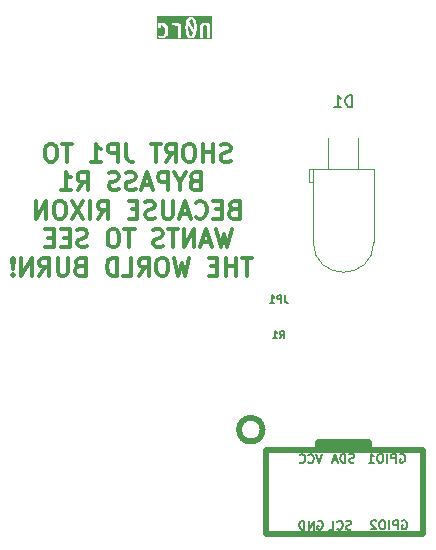
<source format=gbo>
%TF.GenerationSoftware,KiCad,Pcbnew,(6.0.0)*%
%TF.CreationDate,2022-06-30T21:17:56-05:00*%
%TF.ProjectId,DieHardSAO,44696548-6172-4645-9341-4f2e6b696361,rev?*%
%TF.SameCoordinates,Original*%
%TF.FileFunction,Legend,Bot*%
%TF.FilePolarity,Positive*%
%FSLAX46Y46*%
G04 Gerber Fmt 4.6, Leading zero omitted, Abs format (unit mm)*
G04 Created by KiCad (PCBNEW (6.0.0)) date 2022-06-30 21:17:56*
%MOMM*%
%LPD*%
G01*
G04 APERTURE LIST*
%ADD10C,0.300000*%
%ADD11C,0.127000*%
%ADD12C,0.150000*%
%ADD13C,0.500000*%
%ADD14C,0.120000*%
G04 APERTURE END LIST*
D10*
X110928571Y-89527142D02*
X110714285Y-89598571D01*
X110357142Y-89598571D01*
X110214285Y-89527142D01*
X110142857Y-89455714D01*
X110071428Y-89312857D01*
X110071428Y-89170000D01*
X110142857Y-89027142D01*
X110214285Y-88955714D01*
X110357142Y-88884285D01*
X110642857Y-88812857D01*
X110785714Y-88741428D01*
X110857142Y-88670000D01*
X110928571Y-88527142D01*
X110928571Y-88384285D01*
X110857142Y-88241428D01*
X110785714Y-88170000D01*
X110642857Y-88098571D01*
X110285714Y-88098571D01*
X110071428Y-88170000D01*
X109428571Y-89598571D02*
X109428571Y-88098571D01*
X109428571Y-88812857D02*
X108571428Y-88812857D01*
X108571428Y-89598571D02*
X108571428Y-88098571D01*
X107571428Y-88098571D02*
X107285714Y-88098571D01*
X107142857Y-88170000D01*
X107000000Y-88312857D01*
X106928571Y-88598571D01*
X106928571Y-89098571D01*
X107000000Y-89384285D01*
X107142857Y-89527142D01*
X107285714Y-89598571D01*
X107571428Y-89598571D01*
X107714285Y-89527142D01*
X107857142Y-89384285D01*
X107928571Y-89098571D01*
X107928571Y-88598571D01*
X107857142Y-88312857D01*
X107714285Y-88170000D01*
X107571428Y-88098571D01*
X105428571Y-89598571D02*
X105928571Y-88884285D01*
X106285714Y-89598571D02*
X106285714Y-88098571D01*
X105714285Y-88098571D01*
X105571428Y-88170000D01*
X105500000Y-88241428D01*
X105428571Y-88384285D01*
X105428571Y-88598571D01*
X105500000Y-88741428D01*
X105571428Y-88812857D01*
X105714285Y-88884285D01*
X106285714Y-88884285D01*
X105000000Y-88098571D02*
X104142857Y-88098571D01*
X104571428Y-89598571D02*
X104571428Y-88098571D01*
X102071428Y-88098571D02*
X102071428Y-89170000D01*
X102142857Y-89384285D01*
X102285714Y-89527142D01*
X102500000Y-89598571D01*
X102642857Y-89598571D01*
X101357142Y-89598571D02*
X101357142Y-88098571D01*
X100785714Y-88098571D01*
X100642857Y-88170000D01*
X100571428Y-88241428D01*
X100500000Y-88384285D01*
X100500000Y-88598571D01*
X100571428Y-88741428D01*
X100642857Y-88812857D01*
X100785714Y-88884285D01*
X101357142Y-88884285D01*
X99071428Y-89598571D02*
X99928571Y-89598571D01*
X99500000Y-89598571D02*
X99500000Y-88098571D01*
X99642857Y-88312857D01*
X99785714Y-88455714D01*
X99928571Y-88527142D01*
X97500000Y-88098571D02*
X96642857Y-88098571D01*
X97071428Y-89598571D02*
X97071428Y-88098571D01*
X95857142Y-88098571D02*
X95571428Y-88098571D01*
X95428571Y-88170000D01*
X95285714Y-88312857D01*
X95214285Y-88598571D01*
X95214285Y-89098571D01*
X95285714Y-89384285D01*
X95428571Y-89527142D01*
X95571428Y-89598571D01*
X95857142Y-89598571D01*
X96000000Y-89527142D01*
X96142857Y-89384285D01*
X96214285Y-89098571D01*
X96214285Y-88598571D01*
X96142857Y-88312857D01*
X96000000Y-88170000D01*
X95857142Y-88098571D01*
X107892857Y-91227857D02*
X107678571Y-91299285D01*
X107607142Y-91370714D01*
X107535714Y-91513571D01*
X107535714Y-91727857D01*
X107607142Y-91870714D01*
X107678571Y-91942142D01*
X107821428Y-92013571D01*
X108392857Y-92013571D01*
X108392857Y-90513571D01*
X107892857Y-90513571D01*
X107750000Y-90585000D01*
X107678571Y-90656428D01*
X107607142Y-90799285D01*
X107607142Y-90942142D01*
X107678571Y-91085000D01*
X107750000Y-91156428D01*
X107892857Y-91227857D01*
X108392857Y-91227857D01*
X106607142Y-91299285D02*
X106607142Y-92013571D01*
X107107142Y-90513571D02*
X106607142Y-91299285D01*
X106107142Y-90513571D01*
X105607142Y-92013571D02*
X105607142Y-90513571D01*
X105035714Y-90513571D01*
X104892857Y-90585000D01*
X104821428Y-90656428D01*
X104750000Y-90799285D01*
X104750000Y-91013571D01*
X104821428Y-91156428D01*
X104892857Y-91227857D01*
X105035714Y-91299285D01*
X105607142Y-91299285D01*
X104178571Y-91585000D02*
X103464285Y-91585000D01*
X104321428Y-92013571D02*
X103821428Y-90513571D01*
X103321428Y-92013571D01*
X102892857Y-91942142D02*
X102678571Y-92013571D01*
X102321428Y-92013571D01*
X102178571Y-91942142D01*
X102107142Y-91870714D01*
X102035714Y-91727857D01*
X102035714Y-91585000D01*
X102107142Y-91442142D01*
X102178571Y-91370714D01*
X102321428Y-91299285D01*
X102607142Y-91227857D01*
X102750000Y-91156428D01*
X102821428Y-91085000D01*
X102892857Y-90942142D01*
X102892857Y-90799285D01*
X102821428Y-90656428D01*
X102750000Y-90585000D01*
X102607142Y-90513571D01*
X102250000Y-90513571D01*
X102035714Y-90585000D01*
X101464285Y-91942142D02*
X101250000Y-92013571D01*
X100892857Y-92013571D01*
X100750000Y-91942142D01*
X100678571Y-91870714D01*
X100607142Y-91727857D01*
X100607142Y-91585000D01*
X100678571Y-91442142D01*
X100750000Y-91370714D01*
X100892857Y-91299285D01*
X101178571Y-91227857D01*
X101321428Y-91156428D01*
X101392857Y-91085000D01*
X101464285Y-90942142D01*
X101464285Y-90799285D01*
X101392857Y-90656428D01*
X101321428Y-90585000D01*
X101178571Y-90513571D01*
X100821428Y-90513571D01*
X100607142Y-90585000D01*
X97964285Y-92013571D02*
X98464285Y-91299285D01*
X98821428Y-92013571D02*
X98821428Y-90513571D01*
X98250000Y-90513571D01*
X98107142Y-90585000D01*
X98035714Y-90656428D01*
X97964285Y-90799285D01*
X97964285Y-91013571D01*
X98035714Y-91156428D01*
X98107142Y-91227857D01*
X98250000Y-91299285D01*
X98821428Y-91299285D01*
X96535714Y-92013571D02*
X97392857Y-92013571D01*
X96964285Y-92013571D02*
X96964285Y-90513571D01*
X97107142Y-90727857D01*
X97250000Y-90870714D01*
X97392857Y-90942142D01*
X111178571Y-93642857D02*
X110964285Y-93714285D01*
X110892857Y-93785714D01*
X110821428Y-93928571D01*
X110821428Y-94142857D01*
X110892857Y-94285714D01*
X110964285Y-94357142D01*
X111107142Y-94428571D01*
X111678571Y-94428571D01*
X111678571Y-92928571D01*
X111178571Y-92928571D01*
X111035714Y-93000000D01*
X110964285Y-93071428D01*
X110892857Y-93214285D01*
X110892857Y-93357142D01*
X110964285Y-93500000D01*
X111035714Y-93571428D01*
X111178571Y-93642857D01*
X111678571Y-93642857D01*
X110178571Y-93642857D02*
X109678571Y-93642857D01*
X109464285Y-94428571D02*
X110178571Y-94428571D01*
X110178571Y-92928571D01*
X109464285Y-92928571D01*
X107964285Y-94285714D02*
X108035714Y-94357142D01*
X108250000Y-94428571D01*
X108392857Y-94428571D01*
X108607142Y-94357142D01*
X108750000Y-94214285D01*
X108821428Y-94071428D01*
X108892857Y-93785714D01*
X108892857Y-93571428D01*
X108821428Y-93285714D01*
X108750000Y-93142857D01*
X108607142Y-93000000D01*
X108392857Y-92928571D01*
X108250000Y-92928571D01*
X108035714Y-93000000D01*
X107964285Y-93071428D01*
X107392857Y-94000000D02*
X106678571Y-94000000D01*
X107535714Y-94428571D02*
X107035714Y-92928571D01*
X106535714Y-94428571D01*
X106035714Y-92928571D02*
X106035714Y-94142857D01*
X105964285Y-94285714D01*
X105892857Y-94357142D01*
X105750000Y-94428571D01*
X105464285Y-94428571D01*
X105321428Y-94357142D01*
X105250000Y-94285714D01*
X105178571Y-94142857D01*
X105178571Y-92928571D01*
X104535714Y-94357142D02*
X104321428Y-94428571D01*
X103964285Y-94428571D01*
X103821428Y-94357142D01*
X103750000Y-94285714D01*
X103678571Y-94142857D01*
X103678571Y-94000000D01*
X103750000Y-93857142D01*
X103821428Y-93785714D01*
X103964285Y-93714285D01*
X104250000Y-93642857D01*
X104392857Y-93571428D01*
X104464285Y-93500000D01*
X104535714Y-93357142D01*
X104535714Y-93214285D01*
X104464285Y-93071428D01*
X104392857Y-93000000D01*
X104250000Y-92928571D01*
X103892857Y-92928571D01*
X103678571Y-93000000D01*
X103035714Y-93642857D02*
X102535714Y-93642857D01*
X102321428Y-94428571D02*
X103035714Y-94428571D01*
X103035714Y-92928571D01*
X102321428Y-92928571D01*
X99678571Y-94428571D02*
X100178571Y-93714285D01*
X100535714Y-94428571D02*
X100535714Y-92928571D01*
X99964285Y-92928571D01*
X99821428Y-93000000D01*
X99750000Y-93071428D01*
X99678571Y-93214285D01*
X99678571Y-93428571D01*
X99750000Y-93571428D01*
X99821428Y-93642857D01*
X99964285Y-93714285D01*
X100535714Y-93714285D01*
X99035714Y-94428571D02*
X99035714Y-92928571D01*
X98464285Y-92928571D02*
X97464285Y-94428571D01*
X97464285Y-92928571D02*
X98464285Y-94428571D01*
X96607142Y-92928571D02*
X96321428Y-92928571D01*
X96178571Y-93000000D01*
X96035714Y-93142857D01*
X95964285Y-93428571D01*
X95964285Y-93928571D01*
X96035714Y-94214285D01*
X96178571Y-94357142D01*
X96321428Y-94428571D01*
X96607142Y-94428571D01*
X96750000Y-94357142D01*
X96892857Y-94214285D01*
X96964285Y-93928571D01*
X96964285Y-93428571D01*
X96892857Y-93142857D01*
X96750000Y-93000000D01*
X96607142Y-92928571D01*
X95321428Y-94428571D02*
X95321428Y-92928571D01*
X94464285Y-94428571D01*
X94464285Y-92928571D01*
X111000000Y-95343571D02*
X110642857Y-96843571D01*
X110357142Y-95772142D01*
X110071428Y-96843571D01*
X109714285Y-95343571D01*
X109214285Y-96415000D02*
X108500000Y-96415000D01*
X109357142Y-96843571D02*
X108857142Y-95343571D01*
X108357142Y-96843571D01*
X107857142Y-96843571D02*
X107857142Y-95343571D01*
X107000000Y-96843571D01*
X107000000Y-95343571D01*
X106500000Y-95343571D02*
X105642857Y-95343571D01*
X106071428Y-96843571D02*
X106071428Y-95343571D01*
X105214285Y-96772142D02*
X105000000Y-96843571D01*
X104642857Y-96843571D01*
X104500000Y-96772142D01*
X104428571Y-96700714D01*
X104357142Y-96557857D01*
X104357142Y-96415000D01*
X104428571Y-96272142D01*
X104500000Y-96200714D01*
X104642857Y-96129285D01*
X104928571Y-96057857D01*
X105071428Y-95986428D01*
X105142857Y-95915000D01*
X105214285Y-95772142D01*
X105214285Y-95629285D01*
X105142857Y-95486428D01*
X105071428Y-95415000D01*
X104928571Y-95343571D01*
X104571428Y-95343571D01*
X104357142Y-95415000D01*
X102785714Y-95343571D02*
X101928571Y-95343571D01*
X102357142Y-96843571D02*
X102357142Y-95343571D01*
X101142857Y-95343571D02*
X100857142Y-95343571D01*
X100714285Y-95415000D01*
X100571428Y-95557857D01*
X100500000Y-95843571D01*
X100500000Y-96343571D01*
X100571428Y-96629285D01*
X100714285Y-96772142D01*
X100857142Y-96843571D01*
X101142857Y-96843571D01*
X101285714Y-96772142D01*
X101428571Y-96629285D01*
X101500000Y-96343571D01*
X101500000Y-95843571D01*
X101428571Y-95557857D01*
X101285714Y-95415000D01*
X101142857Y-95343571D01*
X98785714Y-96772142D02*
X98571428Y-96843571D01*
X98214285Y-96843571D01*
X98071428Y-96772142D01*
X98000000Y-96700714D01*
X97928571Y-96557857D01*
X97928571Y-96415000D01*
X98000000Y-96272142D01*
X98071428Y-96200714D01*
X98214285Y-96129285D01*
X98500000Y-96057857D01*
X98642857Y-95986428D01*
X98714285Y-95915000D01*
X98785714Y-95772142D01*
X98785714Y-95629285D01*
X98714285Y-95486428D01*
X98642857Y-95415000D01*
X98500000Y-95343571D01*
X98142857Y-95343571D01*
X97928571Y-95415000D01*
X97285714Y-96057857D02*
X96785714Y-96057857D01*
X96571428Y-96843571D02*
X97285714Y-96843571D01*
X97285714Y-95343571D01*
X96571428Y-95343571D01*
X95928571Y-96057857D02*
X95428571Y-96057857D01*
X95214285Y-96843571D02*
X95928571Y-96843571D01*
X95928571Y-95343571D01*
X95214285Y-95343571D01*
X112714285Y-97758571D02*
X111857142Y-97758571D01*
X112285714Y-99258571D02*
X112285714Y-97758571D01*
X111357142Y-99258571D02*
X111357142Y-97758571D01*
X111357142Y-98472857D02*
X110500000Y-98472857D01*
X110500000Y-99258571D02*
X110500000Y-97758571D01*
X109785714Y-98472857D02*
X109285714Y-98472857D01*
X109071428Y-99258571D02*
X109785714Y-99258571D01*
X109785714Y-97758571D01*
X109071428Y-97758571D01*
X107428571Y-97758571D02*
X107071428Y-99258571D01*
X106785714Y-98187142D01*
X106500000Y-99258571D01*
X106142857Y-97758571D01*
X105285714Y-97758571D02*
X105000000Y-97758571D01*
X104857142Y-97830000D01*
X104714285Y-97972857D01*
X104642857Y-98258571D01*
X104642857Y-98758571D01*
X104714285Y-99044285D01*
X104857142Y-99187142D01*
X105000000Y-99258571D01*
X105285714Y-99258571D01*
X105428571Y-99187142D01*
X105571428Y-99044285D01*
X105642857Y-98758571D01*
X105642857Y-98258571D01*
X105571428Y-97972857D01*
X105428571Y-97830000D01*
X105285714Y-97758571D01*
X103142857Y-99258571D02*
X103642857Y-98544285D01*
X104000000Y-99258571D02*
X104000000Y-97758571D01*
X103428571Y-97758571D01*
X103285714Y-97830000D01*
X103214285Y-97901428D01*
X103142857Y-98044285D01*
X103142857Y-98258571D01*
X103214285Y-98401428D01*
X103285714Y-98472857D01*
X103428571Y-98544285D01*
X104000000Y-98544285D01*
X101785714Y-99258571D02*
X102500000Y-99258571D01*
X102500000Y-97758571D01*
X101285714Y-99258571D02*
X101285714Y-97758571D01*
X100928571Y-97758571D01*
X100714285Y-97830000D01*
X100571428Y-97972857D01*
X100500000Y-98115714D01*
X100428571Y-98401428D01*
X100428571Y-98615714D01*
X100500000Y-98901428D01*
X100571428Y-99044285D01*
X100714285Y-99187142D01*
X100928571Y-99258571D01*
X101285714Y-99258571D01*
X98142857Y-98472857D02*
X97928571Y-98544285D01*
X97857142Y-98615714D01*
X97785714Y-98758571D01*
X97785714Y-98972857D01*
X97857142Y-99115714D01*
X97928571Y-99187142D01*
X98071428Y-99258571D01*
X98642857Y-99258571D01*
X98642857Y-97758571D01*
X98142857Y-97758571D01*
X98000000Y-97830000D01*
X97928571Y-97901428D01*
X97857142Y-98044285D01*
X97857142Y-98187142D01*
X97928571Y-98330000D01*
X98000000Y-98401428D01*
X98142857Y-98472857D01*
X98642857Y-98472857D01*
X97142857Y-97758571D02*
X97142857Y-98972857D01*
X97071428Y-99115714D01*
X97000000Y-99187142D01*
X96857142Y-99258571D01*
X96571428Y-99258571D01*
X96428571Y-99187142D01*
X96357142Y-99115714D01*
X96285714Y-98972857D01*
X96285714Y-97758571D01*
X94714285Y-99258571D02*
X95214285Y-98544285D01*
X95571428Y-99258571D02*
X95571428Y-97758571D01*
X95000000Y-97758571D01*
X94857142Y-97830000D01*
X94785714Y-97901428D01*
X94714285Y-98044285D01*
X94714285Y-98258571D01*
X94785714Y-98401428D01*
X94857142Y-98472857D01*
X95000000Y-98544285D01*
X95571428Y-98544285D01*
X94071428Y-99258571D02*
X94071428Y-97758571D01*
X93214285Y-99258571D01*
X93214285Y-97758571D01*
X92500000Y-99115714D02*
X92428571Y-99187142D01*
X92500000Y-99258571D01*
X92571428Y-99187142D01*
X92500000Y-99115714D01*
X92500000Y-99258571D01*
X92500000Y-98687142D02*
X92571428Y-97830000D01*
X92500000Y-97758571D01*
X92428571Y-97830000D01*
X92500000Y-98687142D01*
X92500000Y-97758571D01*
D11*
%TO.C,R1*%
X115101600Y-104545771D02*
X115304800Y-104255485D01*
X115449942Y-104545771D02*
X115449942Y-103936171D01*
X115217714Y-103936171D01*
X115159657Y-103965200D01*
X115130628Y-103994228D01*
X115101600Y-104052285D01*
X115101600Y-104139371D01*
X115130628Y-104197428D01*
X115159657Y-104226457D01*
X115217714Y-104255485D01*
X115449942Y-104255485D01*
X114521028Y-104545771D02*
X114869371Y-104545771D01*
X114695200Y-104545771D02*
X114695200Y-103936171D01*
X114753257Y-104023257D01*
X114811314Y-104081314D01*
X114869371Y-104110342D01*
%TO.C,JP1*%
X115508000Y-100936171D02*
X115508000Y-101371600D01*
X115537028Y-101458685D01*
X115595085Y-101516742D01*
X115682171Y-101545771D01*
X115740228Y-101545771D01*
X115217714Y-101545771D02*
X115217714Y-100936171D01*
X114985485Y-100936171D01*
X114927428Y-100965200D01*
X114898400Y-100994228D01*
X114869371Y-101052285D01*
X114869371Y-101139371D01*
X114898400Y-101197428D01*
X114927428Y-101226457D01*
X114985485Y-101255485D01*
X115217714Y-101255485D01*
X114288800Y-101545771D02*
X114637142Y-101545771D01*
X114462971Y-101545771D02*
X114462971Y-100936171D01*
X114521028Y-101023257D01*
X114579085Y-101081314D01*
X114637142Y-101110342D01*
D12*
%TO.C,X1*%
X125446542Y-120016600D02*
X125517971Y-119980885D01*
X125625114Y-119980885D01*
X125732257Y-120016600D01*
X125803685Y-120088028D01*
X125839400Y-120159457D01*
X125875114Y-120302314D01*
X125875114Y-120409457D01*
X125839400Y-120552314D01*
X125803685Y-120623742D01*
X125732257Y-120695171D01*
X125625114Y-120730885D01*
X125553685Y-120730885D01*
X125446542Y-120695171D01*
X125410828Y-120659457D01*
X125410828Y-120409457D01*
X125553685Y-120409457D01*
X125089400Y-120730885D02*
X125089400Y-119980885D01*
X124803685Y-119980885D01*
X124732257Y-120016600D01*
X124696542Y-120052314D01*
X124660828Y-120123742D01*
X124660828Y-120230885D01*
X124696542Y-120302314D01*
X124732257Y-120338028D01*
X124803685Y-120373742D01*
X125089400Y-120373742D01*
X124339400Y-120730885D02*
X124339400Y-119980885D01*
X123839400Y-119980885D02*
X123696542Y-119980885D01*
X123625114Y-120016600D01*
X123553685Y-120088028D01*
X123517971Y-120230885D01*
X123517971Y-120480885D01*
X123553685Y-120623742D01*
X123625114Y-120695171D01*
X123696542Y-120730885D01*
X123839400Y-120730885D01*
X123910828Y-120695171D01*
X123982257Y-120623742D01*
X124017971Y-120480885D01*
X124017971Y-120230885D01*
X123982257Y-120088028D01*
X123910828Y-120016600D01*
X123839400Y-119980885D01*
X123232257Y-120052314D02*
X123196542Y-120016600D01*
X123125114Y-119980885D01*
X122946542Y-119980885D01*
X122875114Y-120016600D01*
X122839400Y-120052314D01*
X122803685Y-120123742D01*
X122803685Y-120195171D01*
X122839400Y-120302314D01*
X123267971Y-120730885D01*
X122803685Y-120730885D01*
X121389314Y-115056371D02*
X121282171Y-115092085D01*
X121103600Y-115092085D01*
X121032171Y-115056371D01*
X120996457Y-115020657D01*
X120960742Y-114949228D01*
X120960742Y-114877800D01*
X120996457Y-114806371D01*
X121032171Y-114770657D01*
X121103600Y-114734942D01*
X121246457Y-114699228D01*
X121317885Y-114663514D01*
X121353600Y-114627800D01*
X121389314Y-114556371D01*
X121389314Y-114484942D01*
X121353600Y-114413514D01*
X121317885Y-114377800D01*
X121246457Y-114342085D01*
X121067885Y-114342085D01*
X120960742Y-114377800D01*
X120639314Y-115092085D02*
X120639314Y-114342085D01*
X120460742Y-114342085D01*
X120353600Y-114377800D01*
X120282171Y-114449228D01*
X120246457Y-114520657D01*
X120210742Y-114663514D01*
X120210742Y-114770657D01*
X120246457Y-114913514D01*
X120282171Y-114984942D01*
X120353600Y-115056371D01*
X120460742Y-115092085D01*
X120639314Y-115092085D01*
X119925028Y-114877800D02*
X119567885Y-114877800D01*
X119996457Y-115092085D02*
X119746457Y-114342085D01*
X119496457Y-115092085D01*
X118684600Y-114367485D02*
X118434600Y-115117485D01*
X118184600Y-114367485D01*
X117506028Y-115046057D02*
X117541742Y-115081771D01*
X117648885Y-115117485D01*
X117720314Y-115117485D01*
X117827457Y-115081771D01*
X117898885Y-115010342D01*
X117934600Y-114938914D01*
X117970314Y-114796057D01*
X117970314Y-114688914D01*
X117934600Y-114546057D01*
X117898885Y-114474628D01*
X117827457Y-114403200D01*
X117720314Y-114367485D01*
X117648885Y-114367485D01*
X117541742Y-114403200D01*
X117506028Y-114438914D01*
X116756028Y-115046057D02*
X116791742Y-115081771D01*
X116898885Y-115117485D01*
X116970314Y-115117485D01*
X117077457Y-115081771D01*
X117148885Y-115010342D01*
X117184600Y-114938914D01*
X117220314Y-114796057D01*
X117220314Y-114688914D01*
X117184600Y-114546057D01*
X117148885Y-114474628D01*
X117077457Y-114403200D01*
X116970314Y-114367485D01*
X116898885Y-114367485D01*
X116791742Y-114403200D01*
X116756028Y-114438914D01*
X125268742Y-114377800D02*
X125340171Y-114342085D01*
X125447314Y-114342085D01*
X125554457Y-114377800D01*
X125625885Y-114449228D01*
X125661600Y-114520657D01*
X125697314Y-114663514D01*
X125697314Y-114770657D01*
X125661600Y-114913514D01*
X125625885Y-114984942D01*
X125554457Y-115056371D01*
X125447314Y-115092085D01*
X125375885Y-115092085D01*
X125268742Y-115056371D01*
X125233028Y-115020657D01*
X125233028Y-114770657D01*
X125375885Y-114770657D01*
X124911600Y-115092085D02*
X124911600Y-114342085D01*
X124625885Y-114342085D01*
X124554457Y-114377800D01*
X124518742Y-114413514D01*
X124483028Y-114484942D01*
X124483028Y-114592085D01*
X124518742Y-114663514D01*
X124554457Y-114699228D01*
X124625885Y-114734942D01*
X124911600Y-114734942D01*
X124161600Y-115092085D02*
X124161600Y-114342085D01*
X123661600Y-114342085D02*
X123518742Y-114342085D01*
X123447314Y-114377800D01*
X123375885Y-114449228D01*
X123340171Y-114592085D01*
X123340171Y-114842085D01*
X123375885Y-114984942D01*
X123447314Y-115056371D01*
X123518742Y-115092085D01*
X123661600Y-115092085D01*
X123733028Y-115056371D01*
X123804457Y-114984942D01*
X123840171Y-114842085D01*
X123840171Y-114592085D01*
X123804457Y-114449228D01*
X123733028Y-114377800D01*
X123661600Y-114342085D01*
X122625885Y-115092085D02*
X123054457Y-115092085D01*
X122840171Y-115092085D02*
X122840171Y-114342085D01*
X122911600Y-114449228D01*
X122983028Y-114520657D01*
X123054457Y-114556371D01*
X121117457Y-120720571D02*
X121010314Y-120756285D01*
X120831742Y-120756285D01*
X120760314Y-120720571D01*
X120724600Y-120684857D01*
X120688885Y-120613428D01*
X120688885Y-120542000D01*
X120724600Y-120470571D01*
X120760314Y-120434857D01*
X120831742Y-120399142D01*
X120974600Y-120363428D01*
X121046028Y-120327714D01*
X121081742Y-120292000D01*
X121117457Y-120220571D01*
X121117457Y-120149142D01*
X121081742Y-120077714D01*
X121046028Y-120042000D01*
X120974600Y-120006285D01*
X120796028Y-120006285D01*
X120688885Y-120042000D01*
X119938885Y-120684857D02*
X119974600Y-120720571D01*
X120081742Y-120756285D01*
X120153171Y-120756285D01*
X120260314Y-120720571D01*
X120331742Y-120649142D01*
X120367457Y-120577714D01*
X120403171Y-120434857D01*
X120403171Y-120327714D01*
X120367457Y-120184857D01*
X120331742Y-120113428D01*
X120260314Y-120042000D01*
X120153171Y-120006285D01*
X120081742Y-120006285D01*
X119974600Y-120042000D01*
X119938885Y-120077714D01*
X119260314Y-120756285D02*
X119617457Y-120756285D01*
X119617457Y-120006285D01*
X118306828Y-120042000D02*
X118378257Y-120006285D01*
X118485400Y-120006285D01*
X118592542Y-120042000D01*
X118663971Y-120113428D01*
X118699685Y-120184857D01*
X118735400Y-120327714D01*
X118735400Y-120434857D01*
X118699685Y-120577714D01*
X118663971Y-120649142D01*
X118592542Y-120720571D01*
X118485400Y-120756285D01*
X118413971Y-120756285D01*
X118306828Y-120720571D01*
X118271114Y-120684857D01*
X118271114Y-120434857D01*
X118413971Y-120434857D01*
X117949685Y-120756285D02*
X117949685Y-120006285D01*
X117521114Y-120756285D01*
X117521114Y-120006285D01*
X117163971Y-120756285D02*
X117163971Y-120006285D01*
X116985400Y-120006285D01*
X116878257Y-120042000D01*
X116806828Y-120113428D01*
X116771114Y-120184857D01*
X116735400Y-120327714D01*
X116735400Y-120434857D01*
X116771114Y-120577714D01*
X116806828Y-120649142D01*
X116878257Y-120720571D01*
X116985400Y-120756285D01*
X117163971Y-120756285D01*
%TO.C,D1*%
X121218095Y-84992380D02*
X121218095Y-83992380D01*
X120980000Y-83992380D01*
X120837142Y-84040000D01*
X120741904Y-84135238D01*
X120694285Y-84230476D01*
X120646666Y-84420952D01*
X120646666Y-84563809D01*
X120694285Y-84754285D01*
X120741904Y-84849523D01*
X120837142Y-84944761D01*
X120980000Y-84992380D01*
X121218095Y-84992380D01*
X119694285Y-84992380D02*
X120265714Y-84992380D01*
X119980000Y-84992380D02*
X119980000Y-83992380D01*
X120075238Y-84135238D01*
X120170476Y-84230476D01*
X120265714Y-84278095D01*
D13*
%TO.C,X1*%
X113630000Y-112305000D02*
G75*
G03*
X113630000Y-112305000I-1000000J0D01*
G01*
X113900000Y-121128200D02*
X127235000Y-121128200D01*
X118345000Y-113762200D02*
X122663000Y-113762200D01*
X127235000Y-121128200D02*
X127235000Y-114016200D01*
X127108000Y-114016200D02*
X113900000Y-114016200D01*
X113900000Y-114016200D02*
X113900000Y-121128200D01*
X118345000Y-113381200D02*
X118345000Y-113889200D01*
X122663000Y-113889200D02*
X122663000Y-113381200D01*
X122663000Y-113381200D02*
X118345000Y-113381200D01*
%TO.C,kibuzzard-61DF9C8F*%
G36*
X104683837Y-77257812D02*
G01*
X109316163Y-77257812D01*
X109316163Y-79242188D01*
X104683837Y-79242188D01*
X104683837Y-78333344D01*
X104783056Y-78333344D01*
X105033087Y-78333344D01*
X105033087Y-78059500D01*
X105097381Y-78052356D01*
X105218230Y-78080634D01*
X105309312Y-78165466D01*
X105366462Y-78305662D01*
X105385512Y-78500031D01*
X105363486Y-78700056D01*
X105297406Y-78842931D01*
X105193227Y-78928656D01*
X105056900Y-78957231D01*
X104928312Y-78939967D01*
X104794962Y-78888175D01*
X104794962Y-79083438D01*
X104938433Y-79128086D01*
X105087856Y-79142969D01*
X105253750Y-79124977D01*
X105392656Y-79071002D01*
X105504575Y-78981044D01*
X105586596Y-78855631D01*
X105635808Y-78695294D01*
X105652212Y-78500031D01*
X105640792Y-78329456D01*
X105606531Y-78185123D01*
X105549430Y-78067033D01*
X105469488Y-77975184D01*
X105366705Y-77909578D01*
X105241082Y-77870215D01*
X105092619Y-77857094D01*
X105961775Y-77857094D01*
X105961775Y-78054737D01*
X106144073Y-78062410D01*
X106319492Y-78085429D01*
X106488031Y-78123794D01*
X106485650Y-79119156D01*
X106747588Y-79119156D01*
X106747588Y-78250000D01*
X107097631Y-78250000D01*
X107103849Y-78461270D01*
X107122502Y-78641054D01*
X107153591Y-78789353D01*
X107220563Y-78957827D01*
X107309563Y-79065578D01*
X107425648Y-79123621D01*
X107573881Y-79142969D01*
X107722114Y-79123621D01*
X107731044Y-79119156D01*
X108312069Y-79119156D01*
X108569244Y-79119156D01*
X108569244Y-78273813D01*
X108616869Y-78099981D01*
X108793081Y-78052356D01*
X108955006Y-78104744D01*
X108955006Y-79119156D01*
X109216944Y-79119156D01*
X109216944Y-77957106D01*
X109092325Y-77901544D01*
X108953419Y-77868206D01*
X108800225Y-77857094D01*
X108627849Y-77866883D01*
X108498071Y-77896252D01*
X108410891Y-77945200D01*
X108336774Y-78074383D01*
X108312069Y-78285719D01*
X108312069Y-79119156D01*
X107731044Y-79119156D01*
X107838200Y-79065578D01*
X107927199Y-78957827D01*
X107994172Y-78789353D01*
X108025260Y-78641054D01*
X108043914Y-78461270D01*
X108050131Y-78250000D01*
X108043914Y-78038730D01*
X108025260Y-77858946D01*
X107994172Y-77710647D01*
X107927199Y-77542173D01*
X107838200Y-77434422D01*
X107722114Y-77376379D01*
X107573881Y-77357031D01*
X107425648Y-77376379D01*
X107309563Y-77434422D01*
X107220563Y-77542173D01*
X107153591Y-77710647D01*
X107122502Y-77858946D01*
X107103849Y-78038730D01*
X107097631Y-78250000D01*
X106747588Y-78250000D01*
X106747588Y-77980919D01*
X106595759Y-77936342D01*
X106441263Y-77901671D01*
X106284101Y-77876906D01*
X106124271Y-77862047D01*
X105961775Y-77857094D01*
X105092619Y-77857094D01*
X104929503Y-77869000D01*
X104783056Y-77904719D01*
X104783056Y-78333344D01*
X104683837Y-78333344D01*
X104683837Y-77257812D01*
G37*
G36*
X107698897Y-77611825D02*
G01*
X107740866Y-77691597D01*
X107773906Y-77821375D01*
X107789781Y-77937792D01*
X107799306Y-78080667D01*
X107802481Y-78250000D01*
X107797719Y-78447644D01*
X107390525Y-77740412D01*
X107461963Y-77598728D01*
X107573881Y-77557056D01*
X107698897Y-77611825D01*
G37*
G36*
X107766763Y-78726250D02*
G01*
X107692944Y-78894128D01*
X107573881Y-78942944D01*
X107448866Y-78888175D01*
X107406896Y-78808403D01*
X107373856Y-78678625D01*
X107357981Y-78562208D01*
X107348456Y-78419333D01*
X107345281Y-78250000D01*
X107347067Y-78120817D01*
X107352425Y-78009494D01*
X107766763Y-78726250D01*
G37*
D14*
%TO.C,D1*%
X117920000Y-96410000D02*
G75*
G03*
X123040000Y-96410000I2560000J0D01*
G01*
X121750000Y-87580000D02*
X121750000Y-90250000D01*
X117520000Y-91370000D02*
X117920000Y-91370000D01*
X121750000Y-87580000D02*
X121750000Y-87580000D01*
X119210000Y-87580000D02*
X119210000Y-87580000D01*
X119210000Y-90250000D02*
X119210000Y-90250000D01*
X119210000Y-87580000D02*
X119210000Y-90250000D01*
X117920000Y-91370000D02*
X117920000Y-90250000D01*
X123040000Y-90250000D02*
X123040000Y-96410000D01*
X117920000Y-90250000D02*
X117520000Y-90250000D01*
X117920000Y-90250000D02*
X117920000Y-96410000D01*
X121750000Y-90250000D02*
X121750000Y-87580000D01*
X119210000Y-90250000D02*
X119210000Y-87580000D01*
X123040000Y-90250000D02*
X117920000Y-90250000D01*
X117520000Y-90250000D02*
X117520000Y-91370000D01*
X121750000Y-90250000D02*
X121750000Y-90250000D01*
%TD*%
M02*

</source>
